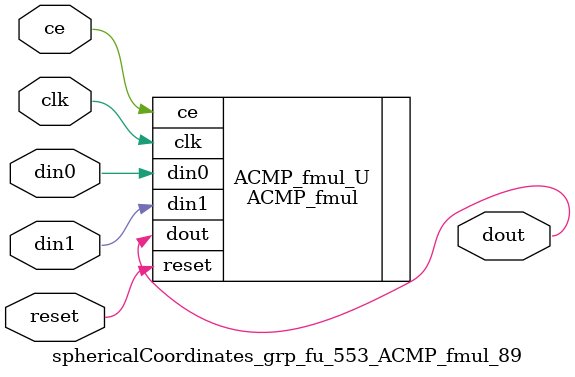
<source format=v>

`timescale 1 ns / 1 ps
module sphericalCoordinates_grp_fu_553_ACMP_fmul_89(
    clk,
    reset,
    ce,
    din0,
    din1,
    dout);

parameter ID = 32'd1;
parameter NUM_STAGE = 32'd1;
parameter din0_WIDTH = 32'd1;
parameter din1_WIDTH = 32'd1;
parameter dout_WIDTH = 32'd1;
input clk;
input reset;
input ce;
input[din0_WIDTH - 1:0] din0;
input[din1_WIDTH - 1:0] din1;
output[dout_WIDTH - 1:0] dout;



ACMP_fmul #(
.ID( ID ),
.NUM_STAGE( 4 ),
.din0_WIDTH( din0_WIDTH ),
.din1_WIDTH( din1_WIDTH ),
.dout_WIDTH( dout_WIDTH ))
ACMP_fmul_U(
    .clk( clk ),
    .reset( reset ),
    .ce( ce ),
    .din0( din0 ),
    .din1( din1 ),
    .dout( dout ));

endmodule

</source>
